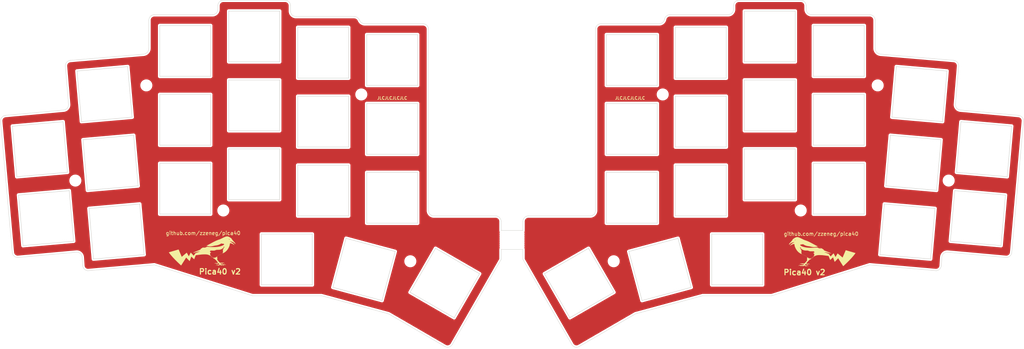
<source format=kicad_pcb>
(kicad_pcb (version 20211014) (generator pcbnew)
  (layers (0 "F.Cu" signal) (31 "B.Cu" signal) (34 "B.Paste" user) (35 "F.Paste" user) (36 "B.SilkS" user "B.Silkscreen") (37 "F.SilkS" user "F.Silkscreen") (38 "B.Mask" user) (39 "F.Mask" user) (44 "Edge.Cuts" user))
  (net 0 "")
  (net 1 "empty")
  (footprint "kbd:SW_Hole" (layer "F.Cu") (at 45.95 93.35 5)
    (fp_text reference "SW6" hide)
    (fp_text value "SW_PUSH" hide)
    (fp_line (start 7 -7) (end -7 -7) (layer "Edge.Cuts") (width 0.12))
    (fp_line (start 7 7) (end 7 -7) (layer "Edge.Cuts") (width 0.12))
    (fp_line (start -7 7) (end 7 7) (layer "Edge.Cuts") (width 0.12))
    (fp_line (start -7 -7) (end -7 7) (layer "Edge.Cuts") (width 0.12))
  )
  (footprint "kbd:thread_m2" (layer "F.Cu") (at 115 74.5)
    (fp_text reference "H5" hide)
    (fp_text value "MountingHole" hide)
    (pad "" np_thru_hole circle locked (at 0 0) (size 2.3 2.3) (drill 2.3) (layers *.Cu *.Mask))
  )
  (footprint "kbd:SW_Hole" (layer "F.Cu") (at 189.5 103)
    (fp_text reference "SW15" hide)
    (fp_text value "SW_PUSH" hide)
    (fp_line (start -7 7) (end 7 7) (layer "Edge.Cuts") (width 0.12))
    (fp_line (start 7 7) (end 7 -7) (layer "Edge.Cuts") (width 0.12))
    (fp_line (start 7 -7) (end -7 -7) (layer "Edge.Cuts") (width 0.12))
    (fp_line (start -7 -7) (end -7 7) (layer "Edge.Cuts") (width 0.12))
  )
  (footprint "kbd:SW_Hole" (layer "F.Cu") (at 66.5 100.5)
    (fp_text reference "SW12" hide)
    (fp_text value "SW_PUSH" hide)
    (fp_line (start -7 7) (end 7 7) (layer "Edge.Cuts") (width 0.12))
    (fp_line (start 7 -7) (end -7 -7) (layer "Edge.Cuts") (width 0.12))
    (fp_line (start -7 -7) (end -7 7) (layer "Edge.Cuts") (width 0.12))
    (fp_line (start 7 7) (end 7 -7) (layer "Edge.Cuts") (width 0.12))
  )
  (footprint "kbd:SW_Hole" (layer "F.Cu") (at 208.5 101)
    (fp_text reference "SW14" hide)
    (fp_text value "SW_PUSH" hide)
    (fp_line (start 7 -7) (end -7 -7) (layer "Edge.Cuts") (width 0.12))
    (fp_line (start -7 7) (end 7 7) (layer "Edge.Cuts") (width 0.12))
    (fp_line (start 7 7) (end 7 -7) (layer "Edge.Cuts") (width 0.12))
    (fp_line (start -7 -7) (end -7 7) (layer "Edge.Cuts") (width 0.12))
  )
  (footprint "kbd:thread_m2" (layer "F.Cu") (at 77 106.5)
    (fp_text reference "H4" hide)
    (fp_text value "MountingHole" hide)
    (pad "" np_thru_hole circle locked (at 0 0) (size 2.3 2.3) (drill 2.3) (layers *.Cu *.Mask))
  )
  (footprint "kbd:SW_Hole" (layer "F.Cu") (at 104.5 63)
    (fp_text reference "SW4" hide)
    (fp_text value "SW_PUSH" hide)
    (fp_line (start -7 -7) (end -7 7) (layer "Edge.Cuts") (width 0.12))
    (fp_line (start 7 -7) (end -7 -7) (layer "Edge.Cuts") (width 0.12))
    (fp_line (start -7 7) (end 7 7) (layer "Edge.Cuts") (width 0.12))
    (fp_line (start 7 7) (end 7 -7) (layer "Edge.Cuts") (width 0.12))
  )
  (footprint "kbd:SW_Hole" (layer "F.Cu") (at 123.5 84)
    (fp_text reference "SW10" hide)
    (fp_text value "SW_PUSH" hide)
    (fp_line (start -7 -7) (end -7 7) (layer "Edge.Cuts") (width 0.12))
    (fp_line (start 7 7) (end 7 -7) (layer "Edge.Cuts") (width 0.12))
    (fp_line (start 7 -7) (end -7 -7) (layer "Edge.Cuts") (width 0.12))
    (fp_line (start -7 7) (end 7 7) (layer "Edge.Cuts") (width 0.12))
  )
  (footprint "kbd:SW_Hole" (layer "F.Cu") (at 268.7 74.4 -5)
    (fp_text reference "SW1" hide)
    (fp_text value "SW_PUSH" hide)
    (fp_line (start 7 7) (end 7 -7) (layer "Edge.Cuts") (width 0.12))
    (fp_line (start -7 7) (end 7 7) (layer "Edge.Cuts") (width 0.12))
    (fp_line (start -7 -7) (end -7 7) (layer "Edge.Cuts") (width 0.12))
    (fp_line (start 7 -7) (end -7 -7) (layer "Edge.Cuts") (width 0.12))
  )
  (footprint "kbd:SW_Hole" (layer "F.Cu") (at 85.5 96.5)
    (fp_text reference "SW13" hide)
    (fp_text value "SW_PUSH" hide)
    (fp_line (start -7 7) (end 7 7) (layer "Edge.Cuts") (width 0.12))
    (fp_line (start -7 -7) (end -7 7) (layer "Edge.Cuts") (width 0.12))
    (fp_line (start 7 7) (end 7 -7) (layer "Edge.Cuts") (width 0.12))
    (fp_line (start 7 -7) (end -7 -7) (layer "Edge.Cuts") (width 0.12))
  )
  (footprint "kbd:Breakaway_Tabs" (layer "F.Cu") (at 159.303124 114.65 90)
    (fp_text reference "BR4" hide)
    (fp_text value "Breakaway" hide)
    (pad "" np_thru_hole circle locked (at 0.59375 0 90) (size 0.3 0.3) (drill 0.3) (layers F&B.Cu *.Mask))
    (pad "" np_thru_hole circle locked (at 1.78125 0 90) (size 0.3 0.3) (drill 0.3) (layers F&B.Cu *.Mask))
    (pad "" np_thru_hole circle locked (at -1.1875 0 90) (size 0.3 0.3) (drill 0.3) (layers F&B.Cu *.Mask))
    (pad "" np_thru_hole circle locked (at 0 0 90) (size 0.3 0.3) (drill 0.3) (layers F&B.Cu *.Mask))
    (pad "" np_thru_hole circle locked (at -0.59375 0 90) (size 0.3 0.3) (drill 0.3) (layers F&B.Cu *.Mask))
    (pad "" np_thru_hole circle locked (at -2.375 0 90) (size 0.3 0.3) (drill 0.3) (layers F&B.Cu *.Mask))
    (pad "" np_thru_hole circle locked (at 2.375 0 90) (size 0.3 0.3) (drill 0.3) (layers F&B.Cu *.Mask))
    (pad "" np_thru_hole circle locked (at -1.78125 0 90) (size 0.3 0.3) (drill 0.3) (layers F&B.Cu *.Mask))
    (pad "" np_thru_hole circle locked (at 1.1875 0 90) (size 0.3 0.3) (drill 0.3) (layers F&B.Cu *.Mask))
  )
  (footprint "kbd:thread_m2" (layer "F.Cu") (at 128.5 120.5)
    (fp_text reference "H2" hide)
    (fp_text value "MountingHole" hide)
    (pad "" np_thru_hole circle locked (at 0 0) (size 2.3 2.3) (drill 2.3) (layers *.Cu *.Mask))
  )
  (footprint "kbd:SW_Hole" (layer "F.Cu") (at 208.5 82)
    (fp_text reference "SW9" hide)
    (fp_text value "SW_PUSH" hide)
    (fp_line (start 7 7) (end 7 -7) (layer "Edge.Cuts") (width 0.12))
    (fp_line (start 7 -7) (end -7 -7) (layer "Edge.Cuts") (width 0.12))
    (fp_line (start -7 -7) (end -7 7) (layer "Edge.Cuts") (width 0.12))
    (fp_line (start -7 7) (end 7 7) (layer "Edge.Cuts") (width 0.12))
  )
  (footprint "kbd:SW_Hole" (layer "F.Cu") (at 175 126.5 -60)
    (fp_text reference "SW20" hide)
    (fp_text value "SW_PUSH" hide)
    (fp_line (start -7 7) (end 7 7) (layer "Edge.Cuts") (width 0.12))
    (fp_line (start 7 -7) (end -7 -7) (layer "Edge.Cuts") (width 0.12))
    (fp_line (start 7 7) (end 7 -7) (layer "Edge.Cuts") (width 0.12))
    (fp_line (start -7 -7) (end -7 7) (layer "Edge.Cuts") (width 0.12))
  )
  (footprint "kbd:SW_Hole" (layer "F.Cu") (at 246.5 81.5)
    (fp_text reference "SW7" hide)
    (fp_text value "SW_PUSH" hide)
    (fp_line (start 7 7) (end 7 -7) (layer "Edge.Cuts") (width 0.12))
    (fp_line (start -7 -7) (end -7 7) (layer "Edge.Cuts") (width 0.12))
    (fp_line (start 7 -7) (end -7 -7) (layer "Edge.Cuts") (width 0.12))
    (fp_line (start -7 7) (end 7 7) (layer "Edge.Cuts") (width 0.12))
  )
  (footprint "kbd:SW_Hole" (layer "F.Cu") (at 85.5 77.5)
    (fp_text reference "SW8" hide)
    (fp_text value "SW_PUSH" hide)
    (fp_line (start -7 -7) (end -7 7) (layer "Edge.Cuts") (width 0.12))
    (fp_line (start -7 7) (end 7 7) (layer "Edge.Cuts") (width 0.12))
    (fp_line (start 7 -7) (end -7 -7) (layer "Edge.Cuts") (width 0.12))
    (fp_line (start 7 7) (end 7 -7) (layer "Edge.Cuts") (width 0.12))
  )
  (footprint "kbd:SW_Hole" (layer "F.Cu") (at 28.2 108.6 5)
    (fp_text reference "SW17" hide)
    (fp_text value "SW_PUSH" hide)
    (fp_line (start -7 -7) (end -7 7) (layer "Edge.Cuts") (width 0.12))
    (fp_line (start -7 7) (end 7 7) (layer "Edge.Cuts") (width 0.12))
    (fp_line (start 7 7) (end 7 -7) (layer "Edge.Cuts") (width 0.12))
    (fp_line (start 7 -7) (end -7 -7) (layer "Edge.Cuts") (width 0.12))
  )
  (footprint "kbd:SW_Hole" (layer "F.Cu") (at 265.4 112.3 -5)
    (fp_text reference "SW11" hide)
    (fp_text value "SW_PUSH" hide)
    (fp_line (start 7 -7) (end -7 -7) (layer "Edge.Cuts") (width 0.12))
    (fp_line (start 7 7) (end 7 -7) (layer "Edge.Cuts") (width 0.12))
    (fp_line (start -7 -7) (end -7 7) (layer "Edge.Cuts") (width 0.12))
    (fp_line (start -7 7) (end 7 7) (layer "Edge.Cuts") (width 0.12))
  )
  (footprint "kbd:SW_Hole" (layer "F.Cu") (at 66.5 62.5)
    (fp_text reference "SW2" hide)
    (fp_text value "SW_PUSH" hide)
    (fp_line (start 7 -7) (end -7 -7) (layer "Edge.Cuts") (width 0.12))
    (fp_line (start 7 7) (end 7 -7) (layer "Edge.Cuts") (width 0.12))
    (fp_line (start -7 7) (end 7 7) (layer "Edge.Cuts") (width 0.12))
    (fp_line (start -7 -7) (end -7 7) (layer "Edge.Cuts") (width 0.12))
  )
  (footprint "kbd:SW_Hole" (layer "F.Cu") (at 284.8 108.6 -5)
    (fp_text reference "SW17" hide)
    (fp_text value "SW_PUSH" hide)
    (fp_line (start -7 -7) (end -7 7) (layer "Edge.Cuts") (width 0.12))
    (fp_line (start -7 7) (end 7 7) (layer "Edge.Cuts") (width 0.12))
    (fp_line (start 7 7) (end 7 -7) (layer "Edge.Cuts") (width 0.12))
    (fp_line (start 7 -7) (end -7 -7) (layer "Edge.Cuts") (width 0.12))
  )
  (footprint "kbd:SW_Hole" (layer "F.Cu") (at 227.5 58.5)
    (fp_text reference "SW3" hide)
    (fp_text value "SW_PUSH" hide)
    (fp_line (start -7 7) (end 7 7) (layer "Edge.Cuts") (width 0.12))
    (fp_line (start 7 7) (end 7 -7) (layer "Edge.Cuts") (width 0.12))
    (fp_line (start -7 -7) (end -7 7) (layer "Edge.Cuts") (width 0.12))
    (fp_line (start 7 -7) (end -7 -7) (layer "Edge.Cuts") (width 0.12))
  )
  (footprint "kbd:SW_Hole" (layer "F.Cu") (at 267.05 93.35 -5)
    (fp_text reference "SW6" hide)
    (fp_text value "SW_PUSH" hide)
    (fp_line (start -7 7) (end 7 7) (layer "Edge.Cuts") (width 0.12))
    (fp_line (start 7 -7) (end -7 -7) (layer "Edge.Cuts") (width 0.12))
    (fp_line (start -7 -7) (end -7 7) (layer "Edge.Cuts") (width 0.12))
    (fp_line (start 7 7) (end 7 -7) (layer "Edge.Cuts") (width 0.12))
  )
  (footprint "kbd:SW_Hole" (layer "F.Cu") (at 227.5 77.5)
    (fp_text reference "SW8" hide)
    (fp_text value "SW_PUSH" hide)
    (fp_line (start -7 -7) (end -7 7) (layer "Edge.Cuts") (width 0.12))
    (fp_line (start 7 7) (end 7 -7) (layer "Edge.Cuts") (width 0.12))
    (fp_line (start -7 7) (end 7 7) (layer "Edge.Cuts") (width 0.12))
    (fp_line (start 7 -7) (end -7 -7) (layer "Edge.Cuts") (width 0.12))
  )
  (footprint "kbd:thread_m2" (layer "F.Cu") (at 36.25 98.25 5)
    (fp_text reference "H3" hide)
    (fp_text value "MountingHole" hide)
    (pad "" np_thru_hole circle locked (at 0 0 5) (size 2.3 2.3) (drill 2.3) (layers *.Cu *.Mask))
  )
  (footprint "kbd:SW_Hole" (layer "F.Cu") (at 104.5 82)
    (fp_text reference "SW9" hide)
    (fp_text value "SW_PUSH" hide)
    (fp_line (start 7 -7) (end -7 -7) (layer "Edge.Cuts") (width 0.12))
    (fp_line (start -7 7) (end 7 7) (layer "Edge.Cuts") (width 0.12))
    (fp_line (start -7 -7) (end -7 7) (layer "Edge.Cuts") (width 0.12))
    (fp_line (start 7 7) (end 7 -7) (layer "Edge.Cuts") (width 0.12))
  )
  (footprint "kbd:SW_Hole" (layer "F.Cu") (at 246.5 62.5)
    (fp_text reference "SW2" hide)
    (fp_text value "SW_PUSH" hide)
    (fp_line (start -7 7) (end 7 7) (layer "Edge.Cuts") (width 0.12))
    (fp_line (start 7 7) (end 7 -7) (layer "Edge.Cuts") (width 0.12))
    (fp_line (start 7 -7) (end -7 -7) (layer "Edge.Cuts") (width 0.12))
    (fp_line (start -7 -7) (end -7 7) (layer "Edge.Cuts") (width 0.12))
  )
  (footprint "kbd:SW_Hole" (layer "F.Cu") (at 218.5 120)
    (fp_text reference "SW18" hide)
    (fp_text value "SW_PUSH" hide)
    (fp_line (start -7 7) (end 7 7) (layer "Edge.Cuts") (width 0.12))
    (fp_line (start 7 -7) (end -7 -7) (layer "Edge.Cuts") (width 0.12))
    (fp_line (start -7 -7) (end -7 7) (layer "Edge.Cuts") (width 0.12))
    (fp_line (start 7 7) (end 7 -7) (layer "Edge.Cuts") (width 0.12))
  )
  (footprint "kbd:SW_Hole" (layer "F.Cu") (at 66.5 81.5)
    (fp_text reference "SW7" hide)
    (fp_text value "SW_PUSH" hide)
    (fp_line (start -7 -7) (end -7 7) (layer "Edge.Cuts") (width 0.12))
    (fp_line (start 7 7) (end 7 -7) (layer "Edge.Cuts") (width 0.12))
    (fp_line (start -7 7) (end 7 7) (layer "Edge.Cuts") (width 0.12))
    (fp_line (start 7 -7) (end -7 -7) (layer "Edge.Cuts") (width 0.12))
  )
  (footprint "pica:logo_mirror" (layer "F.Cu") (at 72.333844 117.645174)
    (fp_text reference "G***" hide)
    (fp_text value "LOGO" hide)
  )
  (footprint "kbd:SW_Hole" (layer "F.Cu") (at 208.5 63)
    (fp_text reference "SW4" hide)
    (fp_text value "SW_PUSH" hide)
    (fp_line (start -7 -7) (end -7 7) (layer "Edge.Cuts") (width 0.12))
    (fp_line (start 7 7) (end 7 -7) (layer "Edge.Cuts") (width 0.12))
    (fp_line (start -7 7) (end 7 7) (layer "Edge.Cuts") (width 0.12))
    (fp_line (start 7 -7) (end -7 -7) (layer "Edge.Cuts") (width 0.12))
  )
  (footprint "kbd:SW_Hole" (layer "F.Cu") (at 115.75 122.75 -15)
    (fp_text reference "SW19" hide)
    (fp_text value "SW_PUSH" hide)
    (fp_line (start -7 7) (end 7 7) (layer "Edge.Cuts") (width 0.12))
    (fp_line (start 7 -7) (end -7 -7) (layer "Edge.Cuts") (width 0.12))
    (fp_line (start 7 7) (end 7 -7) (layer "Edge.Cuts") (width 0.12))
    (fp_line (start -7 -7) (end -7 7) (layer "Edge.Cuts") (width 0.12))
  )
  (footprint "kbd:SW_Hole" (layer "F.Cu") (at 123.5 65)
    (fp_text reference "SW5" hide)
    (fp_text value "SW_PUSH" hide)
    (fp_line (start 7 -7) (end -7 -7) (layer "Edge.Cuts") (width 0.12))
    (fp_line (start -7 7) (end 7 7) (layer "Edge.Cuts") (width 0.12))
    (fp_line (start 7 7) (end 7 -7) (layer "Edge.Cuts") (width 0.12))
    (fp_line (start -7 -7) (end -7 7) (layer "Edge.Cuts") (width 0.12))
  )
  (footprint "kbd:thread_m2" (layer "F.Cu") (at 55.8 72)
    (fp_text reference "H1" hide)
    (fp_text value "MountingHole" hide)
    (pad "" np_thru_hole circle locked (at 0 0) (size 2.3 2.3) (drill 2.3) (layers *.Cu *.Mask))
  )
  (footprint "kbd:SW_Hole" (layer "F.Cu") (at 123.5 103)
    (fp_text reference "SW15" hide)
    (fp_text value "SW_PUSH" hide)
    (fp_line (start -7 7) (end 7 7) (layer "Edge.Cuts") (width 0.12))
    (fp_line (start -7 -7) (end -7 7) (layer "Edge.Cuts") (width 0.12))
    (fp_line (start 7 -7) (end -7 -7) (layer "Edge.Cuts") (width 0.12))
    (fp_line (start 7 7) (end 7 -7) (layer "Edge.Cuts") (width 0.12))
  )
  (footprint "kbd:SW_Hole" (layer "F.Cu") (at 85.5 58.5)
    (fp_text reference "SW3" hide)
    (fp_text value "SW_PUSH" hide)
    (fp_line (start 7 7) (end 7 -7) (layer "Edge.Cuts") (width 0.12))
    (fp_line (start -7 7) (end 7 7) (layer "Edge.Cuts") (width 0.12))
    (fp_line (start -7 -7) (end -7 7) (layer "Edge.Cuts") (width 0.12))
    (fp_line (start 7 -7) (end -7 -7) (layer "Edge.Cuts") (width 0.12))
  )
  (footprint "kbd:SW_Hole" (layer "F.Cu") (at 197.25 122.75 15)
    (fp_text reference "SW19" hide)
    (fp_text value "SW_PUSH" hide)
    (fp_line (start -7 -7) (end -7 7) (layer "Edge.Cuts") (width 0.12))
    (fp_line (start 7 7) (end 7 -7) (layer "Edge.Cuts") (width 0.12))
    (fp_line (start -7 7) (end 7 7) (layer "Edge.Cuts") (width 0.12))
    (fp_line (start 7 -7) (end -7 -7) (layer "Edge.Cuts") (width 0.12))
  )
  (footprint "kbd:SW_Hole" (layer "F.Cu") (at 189.5 84)
    (fp_text reference "SW10" hide)
    (fp_text value "SW_PUSH" hide)
    (fp_line (start 7 7) (end 7 -7) (layer "Edge.Cuts") (width 0.12))
    (fp_line (start -7 -7) (end -7 7) (layer "Edge.Cuts") (width 0.12))
    (fp_line (start -7 7) (end 7 7) (layer "Edge.Cuts") (width 0.12))
    (fp_line (start 7 -7) (end -7 -7) (layer "Edge.Cuts") (width 0.12))
  )
  (footprint "kbd:SW_Hole" (layer "F.Cu") (at 246.5 100.5)
    (fp_text reference "SW12" hide)
    (fp_text value "SW_PUSH" hide)
    (fp_line (start -7 -7) (end -7 7) (layer "Edge.Cuts") (width 0.12))
    (fp_line (start 7 7) (end 7 -7) (layer "Edge.Cuts") (width 0.12))
    (fp_line (start 7 -7) (end -7 -7) (layer "Edge.Cuts") (width 0.12))
    (fp_line (start -7 7) (end 7 7) (layer "Edge.Cuts") (width 0.12))
  )
  (footprint "kbd:SW_Hole" (layer "F.Cu") (at 94.5 120)
    (fp_text reference "SW18" hide)
    (fp_text value "SW_PUSH" hide)
    (fp_line (start 7 7) (end 7 -7) (layer "Edge.Cuts") (width 0.12))
    (fp_line (start 7 -7) (end -7 -7) (layer "Edge.Cuts") (width 0.12))
    (fp_line (start -7 -7) (end -7 7) (layer "Edge.Cuts") (width 0.12))
    (fp_line (start -7 7) (end 7 7) (layer "Edge.Cuts") (width 0.12))
  )
  (footprint "kbd:SW_Hole" (layer "F.Cu") (at 189.5 65)
    (fp_text reference "SW5" hide)
    (fp_text value "SW_PUSH" hide)
    (fp_line (start -7 7) (end 7 7) (layer "Edge.Cuts") (width 0.12))
    (fp_line (start 7 -7) (end -7 -7) (layer "Edge.Cuts") (width 0.12))
    (fp_line (start -7 -7) (end -7 7) (layer "Edge.Cuts") (width 0.12))
    (fp_line (start 7 7) (end 7 -7) (layer "Edge.Cuts") (width 0.12))
  )
  (footprint "kbd:SW_Hole" (layer "F.Cu") (at 47.6 112.3 5)
    (fp_text reference "SW11" hide)
    (fp_text value "SW_PUSH" hide)
    (fp_line (start -7 -7) (end -7 7) (layer "Edge.Cuts") (width 0.12))
    (fp_line (start -7 7) (end 7 7) (layer "Edge.Cuts") (width 0.12))
    (fp_line (start 7 -7) (end -7 -7) (layer "Edge.Cuts") (width 0.12))
    (fp_line (start 7 7) (end 7 -7) (layer "Edge.Cuts") (width 0.12))
  )
  (footprint "kbd:SW_Hole" (layer "F.Cu") (at 286.5 89.6 -5)
    (fp_text reference "SW16" hide)
    (fp_text value "SW_PUSH" hide)
    (fp_line (start -7 7) (end 7 7) (layer "Edge.Cuts") (width 0.12))
    (fp_line (start 7 -7) (end -7 -7) (layer "Edge.Cuts") (width 0.12))
    (fp_line (start -7 -7) (end -7 7) (layer "Edge.Cuts") (width 0.12))
    (fp_line (start 7 7) (end 7 -7) (layer "Edge.Cuts") (width 0.12))
  )
  (footprint "kbd:SW_Hole" (layer "F.Cu") (at 104.5 101)
    (fp_text reference "SW14" hide)
    (fp_text value "SW_PUSH" hide)
    (fp_line (start -7 7) (end 7 7) (layer "Edge.Cuts") (width 0.12))
    (fp_line (start 7 7) (end 7 -7) (layer "Edge.Cuts") (width 0.12))
    (fp_line (start -7 -7) (end -7 7) (layer "Edge.Cuts") (width 0.12))
    (fp_line (start 7 -7) (end -7 -7) (layer "Edge.Cuts") (width 0.12))
  )
  (footprint "pica:logo" (layer "F.Cu") (at 240.75 117.845174)
    (fp_text reference "G***" hide)
    (fp_text value "LOGO" hide)
  )
  (footprint "kbd:SW_Hole" (layer "F.Cu") (at 44.3 74.4 5)
    (fp_text reference "SW1" hide)
    (fp_text value "SW_PUSH" hide)
    (fp_line (start -7 7) (end 7 7) (layer "Edge.Cuts") (width 0.12))
    (fp_line (start 7 7) (end 7 -7) (layer "Edge.Cuts") (width 0.12))
    (fp_line (start 7 -7) (end -7 -7) (layer "Edge.Cuts") (width 0.12))
    (fp_line (start -7 -7) (end -7 7) (layer "Edge.Cuts") (width 0.12))
  )
  (footprint "kbd:SW_Hole" (layer "F.Cu") (at 227.5 96.5)
    (fp_text reference "SW13" hide)
    (fp_text value "SW_PUSH" hide)
    (fp_line (start 7 -7) (end -7 -7) (layer "Edge.Cuts") (width 0.12))
    (fp_line (start 7 7) (end 7 -7) (layer "Edge.Cuts") (width 0.12))
    (fp_line (start -7 7) (end 7 7) (layer "Edge.Cuts") (width 0.12))
    (fp_line (start -7 -7) (end -7 7) (layer "Edge.Cuts") (width 0.12))
  )
  (footprint "kbd:Breakaway_Tabs" (layer "F.Cu") (at 153.703124 114.65 90)
    (fp_text reference "BR3" hide)
    (fp_text value "Breakaway" hide)
    (pad "" np_thru_hole circle locked (at 0 0 90) (size 0.3 0.3) (drill 0.3) (layers F&B.Cu *.Mask))
    (pad "" np_thru_hole circle locked (at 1.1875 0 90) (size 0.3 0.3) (drill 0.3) (layers F&B.Cu *.Mask))
    (pad "" np_thru_hole circle locked (at -0.59375 0 90) (size 0.3 0.3) (drill 0.3) (layers F&B.Cu *.Mask))
    (pad "" np_thru_hole circle locked (at -1.1875 0 90) (size 0.3 0.3) (drill 0.3) (layers F&B.Cu *.Mask))
    (pad "" np_thru_hole circle locked (at -1.78125 0 90) (size 0.3 0.3) (drill 0.3) (layers F&B.Cu *.Mask))
    (pad "" np_thru_hole circle locked (at 2.375 0 90) (size 0.3 0.3) (drill 0.3) (layers F&B.Cu *.Mask))
    (pad "" np_thru_hole circle locked (at 1.78125 0 90) (size 0.3 0.3) (drill 0.3) (layers F&B.Cu *.Mask))
    (pad "" np_thru_hole circle locked (at -2.375 0 90) (size 0.3 0.3) (drill 0.3) (layers F&B.Cu *.Mask))
    (pad "" np_thru_hole circle locked (at 0.59375 0 90) (size 0.3 0.3) (drill 0.3) (layers F&B.Cu *.Mask))
  )
  (footprint "kbd:SW_Hole" (layer "F.Cu") (at 138 126.5 60)
    (fp_text reference "SW20" hide)
    (fp_text value "SW_PUSH" hide)
    (fp_line (start -7 7) (end 7 7) (layer "Edge.Cuts") (width 0.12))
    (fp_line (start 7 7) (end 7 -7) (layer "Edge.Cuts") (width 0.12))
    (fp_line (start 7 -7) (end -7 -7) (layer "Edge.Cuts") (width 0.12))
    (fp_line (start -7 -7) (end -7 7) (layer "Edge.Cuts") (width 0.12))
  )
  (footprint "kbd:SW_Hole" (layer "F.Cu") (at 26.5 89.6 5)
    (fp_text reference "SW16" hide)
    (fp_text value "SW_PUSH" hide)
    (fp_line (start -7 -7) (end -7 7) (layer "Edge.Cuts") (width 0.12))
    (fp_line (start 7 -7) (end -7 -7) (layer "Edge.Cuts") (width 0.12))
    (fp_line (start 7 7) (end 7 -7) (layer "Edge.Cuts") (width 0.12))
    (fp_line (start -7 7) (end 7 7) (layer "Edge.Cuts") (width 0.12))
  )
  (footprint "kbd:thread_m2" (layer "B.Cu") (at 198 74.5 -165)
    (fp_text reference "H5" hide)
    (fp_text value "MountingHole" hide)
    (pad "" np_thru_hole circle locked (at 0 0 195) (size 2.3 2.3) (drill 2.3) (layers F&B.Cu *.Mask))
  )
  (footprint "kbd:thread_m2" (layer "B.Cu") (at 236 106.5 180)
    (fp_text reference "H4" hide)
    (fp_text value "MountingHole" hide)
    (pad "" np_thru_hole circle locked (at 0 0 180) (size 2.3 2.3) (drill 2.3) (layers F&B.Cu *.Mask))
  )
  (footprint "kbd:thread_m2" (layer "B.Cu") (at 257.2 72 175)
    (fp_text reference "H1" hide)
    (fp_text value "MountingHole" hide)
    (pad "" np_thru_hole circle locked (at 0 0 175) (size 2.3 2.3) (drill 2.3) (layers F&B.Cu *.Mask))
  )
  (footprint "kbd:thread_m2" (layer "B.Cu") (at 276.75 98.25 175)
    (fp_text reference "H3" hide)
    (fp_text value "MountingHole" hide)
    (pad "" np_thru_hole circle locked (at 0 0 175) (size 2.3 2.3) (drill 2.3) (layers F&B.Cu *.Mask))
  )
  (footprint "kbd:thread_m2" (layer "B.Cu") (at 184.5 120.5 180)
    (fp_text reference "H2" hide)
    (fp_text value "MountingHole" hide)
    (pad "" np_thru_hole circle locked (at 0 0 180) (size 2.3 2.3) (drill 2.3) (layers F&B.Cu *.Mask))
  )
  (gr_arc (start 274.874974 119.363557) (mid 275.405081 118.34522) (end 276.5 118) (layer "Edge.Cuts") (width 0.1))
  (gr_arc (start 132 55) (mid 133.06066 55.43934) (end 133.5 56.5) (layer "Edge.Cuts") (width 0.1))
  (gr_line (start 200 52.5) (end 216 52.5) (layer "Edge.Cuts") (width 0.1))
  (gr_line (start 58 52.5) (end 74 52.5) (layer "Edge.Cuts") (width 0.1))
  (gr_line (start 276.5 118) (end 292.5 119.445189) (layer "Edge.Cuts") (width 0.1))
  (gr_line (start 116 55) (end 132 55) (layer "Edge.Cuts") (width 0.1))
  (gr_arc (start 198.5 53.75) (mid 199.023719 52.853463) (end 200 52.5) (layer "Edge.Cuts") (width 0.1))
  (gr_line (start 159.5 120) (end 172.950962 143.450962) (layer "Edge.Cuts") (width 0.1))
  (gr_line (start 153.5 109.5) (end 153.5 112) (layer "Edge.Cuts") (width 0.1))
  (gr_arc (start 135 108) (mid 133.93934 107.56066) (end 133.5 106.5) (layer "Edge.Cuts") (width 0.1))
  (gr_arc (start 94 48.5) (mid 95.06066 48.93934) (end 95.5 50) (layer "Edge.Cuts") (width 0.1))
  (gr_line (start 56.5 54) (end 56.5 61.75) (layer "Edge.Cuts") (width 0.1))
  (gr_arc (start 198.5 53.75) (mid 197.976281 54.646537) (end 197 55) (layer "Edge.Cuts") (width 0.1))
  (gr_line (start 217.5 50) (end 217.5 51) (layer "Edge.Cuts") (width 0.1))
  (gr_arc (start 113 53) (mid 113.901388 53.272918) (end 114.5 54) (layer "Edge.Cuts") (width 0.1))
  (gr_arc (start 152 108) (mid 153.06066 108.43934) (end 153.5 109.5) (layer "Edge.Cuts") (width 0.1))
  (gr_line (start 33.006854 78.799377) (end 17.018333 80.274974) (layer "Edge.Cuts") (width 0.1))
  (gr_line (start 256.5 61.75) (end 256.5 54) (layer "Edge.Cuts") (width 0.1))
  (gr_arc (start 175 144) (mid 173.861771 144.149854) (end 172.950962 143.450962) (layer "Edge.Cuts") (width 0.1))
  (gr_arc (start 278.136442 65.099769) (mid 279.154729 65.629918) (end 279.5 66.724794) (layer "Edge.Cuts") (width 0.1))
  (gr_arc (start 97 53) (mid 95.93934 52.56066) (end 95.5 51.5) (layer "Edge.Cuts") (width 0.1))
  (gr_arc (start 239 52.5) (mid 237.93934 52.06066) (end 237.5 51) (layer "Edge.Cuts") (width 0.1))
  (gr_arc (start 75.5 51) (mid 75.06066 52.06066) (end 74 52.5) (layer "Edge.Cuts") (width 0.1))
  (gr_line (start 190.5 135) (end 209 130) (layer "Edge.Cuts") (width 0.1))
  (gr_arc (start 274.7 121.8) (mid 274.242637 122.711302) (end 273.3 123.1) (layer "Edge.Cuts") (width 0.1))
  (gr_arc (start 179.499994 106.499996) (mid 179.060657 107.560655) (end 178 108) (layer "Edge.Cuts") (width 0.1))
  (gr_line (start 15.654775 81.9) (end 18.874978 118.081632) (layer "Edge.Cuts") (width 0.1))
  (gr_line (start 39.7 123.1) (end 58 121.5) (layer "Edge.Cuts") (width 0.1))
  (gr_line (start 278.136442 65.099769) (end 258.074203 63.400232) (layer "Edge.Cuts") (width 0.1))
  (gr_arc (start 294.125022 118.081632) (mid 293.594898 119.099946) (end 292.5 119.445189) (layer "Edge.Cuts") (width 0.1))
  (gr_line (start 104 130) (end 85 130) (layer "Edge.Cuts") (width 0.1))
  (gr_arc (start 36.5 118) (mid 37.594924 118.345233) (end 38.125026 119.363557) (layer "Edge.Cuts") (width 0.1))
  (gr_arc (start 140.049038 143.450962) (mid 139.13823 144.149869) (end 138 144) (layer "Edge.Cuts") (width 0.1))
  (gr_line (start 153.5 117.25) (end 159.5 117.25) (layer "Edge.Cuts") (width 0.1))
  (gr_line (start 228 130) (end 255 121.5) (layer "Edge.Cuts") (width 0.1))
  (gr_arc (start 255 52.5) (mid 256.06066 52.93934) (end 256.5 54) (layer "Edge.Cuts") (width 0.1))
  (gr_line (start 94 48.5) (end 77 48.5) (layer "Edge.Cuts") (width 0.1))
  (gr_line (start 181 55) (end 197 55) (layer "Edge.Cuts") (width 0.1))
  (gr_line (start 161 108) (end 178 108) (layer "Edge.Cuts") (width 0.1))
  (gr_arc (start 20.5 119.445189) (mid 19.405073 119.099986) (end 18.874978 118.081632) (layer "Edge.Cuts") (width 0.1))
  (gr_line (start 153.5 112) (end 159.5 112) (layer "Edge.Cuts") (width 0.1))
  (gr_line (start 209 130) (end 228 130) (layer "Edge.Cuts") (width 0.1))
  (gr_arc (start 295.981667 80.274974) (mid 296.999993 80.805093) (end 297.345225 81.9) (layer "Edge.Cuts") (width 0.1))
  (gr_arc (start 159.5 109.5) (mid 159.93934 108.43934) (end 161 108) (layer "Edge.Cuts") (width 0.1))
  (gr_line (start 97 53) (end 113 53) (layer "Edge.Cuts") (width 0.1))
  (gr_arc (start 56.5 61.75) (mid 56.043328 62.890304) (end 54.925797 63.400232) (layer "Edge.Cuts") (width 0.1))
  (gr_line (start 239 52.5) (end 255 52.5) (layer "Edge.Cuts") (width 0.1))
  (gr_line (start 274.7 121.8) (end 274.874974 119.363557) (layer "Edge.Cuts") (width 0.1))
  (gr_line (start 95.5 51.5) (end 95.5 50) (layer "Edge.Cuts") (width 0.1))
  (gr_arc (start 279.993146 78.799377) (mid 278.974801 78.269277) (end 278.629588 77.174352) (layer "Edge.Cuts") (width 0.1))
  (gr_arc (start 34.370412 77.174352) (mid 34.025188 78.269253) (end 33.006854 78.799377) (layer "Edge.Cuts") (width 0.1))
  (gr_line (start 38.125026 119.363557) (end 38.3 121.8) (layer "Edge.Cuts") (width 0.1))
  (gr_line (start 140.049038 143.450962) (end 153.5 120) (layer "Edge.Cuts") (width 0.1))
  (gr_arc (start 236 48.5) (mid 237.06066 48.93934) (end 237.5 50) (layer "Edge.Cuts") (width 0.1))
  (gr_arc (start 56.5 54) (mid 56.93934 52.93934) (end 58 52.5) (layer "Edge.Cuts") (width 0.1))
  (gr_line (start 75.5 50) (end 75.5 51) (layer "Edge.Cuts") (width 0.1))
  (gr_line (start 33.5 66.724794) (end 34.370412 77.174352) (layer "Edge.Cuts") (width 0.1))
  (gr_arc (start 179.5 56.25) (mid 180.023719 55.353463) (end 181 55) (layer "Edge.Cuts") (width 0.1))
  (gr_arc (start 217.5 50) (mid 217.93934 48.93934) (end 219 48.5) (layer "Edge.Cuts") (width 0.1))
  (gr_line (start 104 130) (end 122.5 135) (layer "Edge.Cuts") (width 0.1))
  (gr_arc (start 33.5 66.724794) (mid 33.845236 65.629873) (end 34.863558 65.099769) (layer "Edge.Cuts") (width 0.1))
  (gr_arc (start 15.654775 81.9) (mid 16.000012 80.805097) (end 17.018333 80.274974) (layer "Edge.Cuts") (width 0.1))
  (gr_line (start 190.5 135) (end 175 144) (layer "Edge.Cuts") (width 0.1))
  (gr_arc (start 258.074203 63.400232) (mid 256.956634 62.890358) (end 256.5 61.75) (layer "Edge.Cuts") (width 0.1))
  (gr_line (start 159.5 109.5) (end 159.5 112) (layer "Edge.Cuts") (width 0.1))
  (gr_line (start 159.5 117.25) (end 159.5 120) (layer "Edge.Cuts") (width 0.1))
  (gr_line (start 278.629588 77.174352) (end 279.5 66.724794) (layer "Edge.Cuts") (width 0.1))
  (gr_line (start 135 108) (end 152 108) (layer "Edge.Cuts") (width 0.1))
  (gr_line (start 237.5 51) (end 237.5 50) (layer "Edge.Cuts") (width 0.1))
  (gr_line (start 58 121.5) (end 85 130) (layer "Edge.Cuts") (width 0.1))
  (gr_line (start 153.5 117.25) (end 153.5 120) (layer "Edge.Cuts") (width 0.1))
  (gr_arc (start 75.5 50) (mid 75.93934 48.93934) (end 77 48.5) (layer "Edge.Cuts") (width 0.1))
  (gr_line (start 295.981667 80.274974) (end 279.993146 78.799377) (layer "Edge.Cuts") (width 0.1))
  (gr_line (start 294.125022 118.081632) (end 297.345225 81.9) (layer "Edge.Cuts") (width 0.1))
  (gr_line (start 54.925797 63.400232) (end 34.863558 65.099769) (layer "Edge.Cuts") (width 0.1))
  (gr_line (start 20.5 119.445189) (end 36.5 118) (layer "Edge.Cuts") (width 0.1))
  (gr_arc (start 39.7 123.1) (mid 38.757312 122.71134) (end 38.3 121.8) (layer "Edge.Cuts") (width 0.1))
  (gr_line (start 138 144) (end 122.5 135) (layer "Edge.Cuts") (width 0.1))
  (gr_line (start 133.5 56.5) (end 133.5 106.5) (layer "Edge.Cuts") (width 0.1))
  (gr_line (start 255 121.5) (end 273.3 123.1) (layer "Edge.Cuts") (width 0.1))
  (gr_line (start 236 48.5) (end 219 48.5) (layer "Edge.Cuts") (width 0.1))
  (gr_arc (start 217.5 51) (mid 217.06066 52.06066) (end 216 52.5) (layer "Edge.Cuts") (width 0.1))
  (gr_line (start 179.5 56.25) (end 179.499994 106.499996) (layer "Edge.Cuts") (width 0.1))
  (gr_arc (start 116 55) (mid 115.098612 54.727082) (end 114.5 54) (layer "Edge.Cuts") (width 0.1))
  (gr_text "JLCJLCJLCJLC" (at 123.5 75.5) (layer "F.SilkS") (effects (font (size 0.8 0.8))))
  (gr_text "JLCJLCJLCJLC" (at 189 75.5) (layer "F.SilkS") (effects (font (size 0.8 0.8))))
  (gr_text "github.com/zzeneg/pica40" (at 241.633844 112.95) (layer "F.SilkS") (effects (font (size 1 1))))
  (gr_text "Pica40 v2" (at 237.033844 123.55) (layer "F.SilkS") (effects (font (size 1.5 1.5) (thickness 0.3))))
  (gr_text "github.com/zzeneg/pica40" (at 71.45 112.75) (layer "F.SilkS") (effects (font (size 1 1))))
  (gr_text "Pica40 v2" (at 76.05 123.35) (layer "F.SilkS") (effects (font (size 1.5 1.5) (thickness 0.3))))
  (zone (net 0) (net_name "") (layer "F.Cu") (connect_pads (clearance 0.508)) (min_thickness 0.254) (fill yes (thermal_gap 0.508) (thermal_bridge_width 0.508) (island_removal_mode 1) (island_area_min 0))
    (polygon (pts (xy 217.5 51) (xy 216 52.5) (xy 198.75 52.5) (xy 198.5 53.75) (xy 197.25 55) (xy 179.5 55) (xy 179.5 106.75) (xy 178.236013 108) (xy 159.5 108) (xy 159.5 120) (xy 173.75 144.75) (xy 190.5 135) (xy 209 130) (xy 228 130) (xy 255 121.5) (xy 274.5 123.25) (xy 275 119) (xy 276.25 118) (xy 294 119.75) (xy 297.5 80.5) (xy 279.75 78.75) (xy 278.75 77.5) (xy 279.65 65.3) (xy 257.95 63.4) (xy 256.5 62) (xy 256.5 52.5) (xy 239 52.5) (xy 237.5 51) (xy 237.5 48.5) (xy 217.5 48.5)))
  )
  (zone (net 1) (net_name "empty") (layer "F.Cu") (connect_pads (clearance 0.508)) (min_thickness 0.254) (fill yes (thermal_gap 0.508) (thermal_bridge_width 0.508) (island_removal_mode 1) (island_area_min 0))
    (polygon (pts (xy 95.5 51) (xy 96.749191 53) (xy 114 53) (xy 114.75 54.25) (xy 115.75 55) (xy 133.499191 55.01189) (xy 133.5 106.75) (xy 135 108) (xy 153.5 108) (xy 153.5 120) (xy 139.25 144.75) (xy 122.5 135) (xy 104 130) (xy 84.95 130.05) (xy 57.95 121.55) (xy 38.25 123.25) (xy 38 119.25) (xy 36.75 118) (xy 19 119.75) (xy 15.5 80.25) (xy 33.05439 78.736467) (xy 34.25 77.5) (xy 33.2 65.2) (xy 55 63.4) (xy 56.5 61.8) (xy 56.5 52.5) (xy 74 52.5) (xy 75.5 51) (xy 75.5 48.5) (xy 95.5 48.5)))
  )
)
</source>
